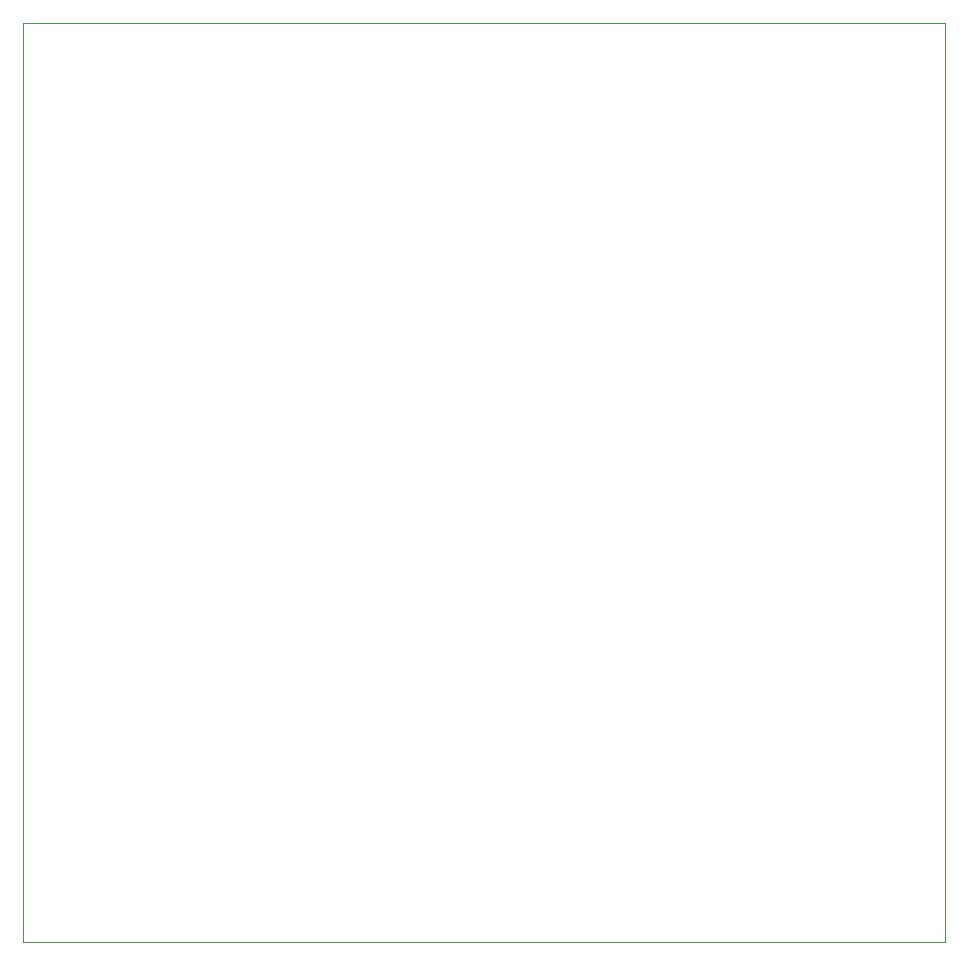
<source format=gm1>
%TF.GenerationSoftware,KiCad,Pcbnew,9.0.7*%
%TF.CreationDate,2026-02-25T10:13:12-05:00*%
%TF.ProjectId,remigochi-pcb,72656d69-676f-4636-9869-2d7063622e6b,rev?*%
%TF.SameCoordinates,Original*%
%TF.FileFunction,Profile,NP*%
%FSLAX46Y46*%
G04 Gerber Fmt 4.6, Leading zero omitted, Abs format (unit mm)*
G04 Created by KiCad (PCBNEW 9.0.7) date 2026-02-25 10:13:12*
%MOMM*%
%LPD*%
G01*
G04 APERTURE LIST*
%TA.AperFunction,Profile*%
%ADD10C,0.050000*%
%TD*%
G04 APERTURE END LIST*
D10*
X111000000Y-62500000D02*
X189000000Y-62500000D01*
X189000000Y-140250000D01*
X111000000Y-140250000D01*
X111000000Y-62500000D01*
M02*

</source>
